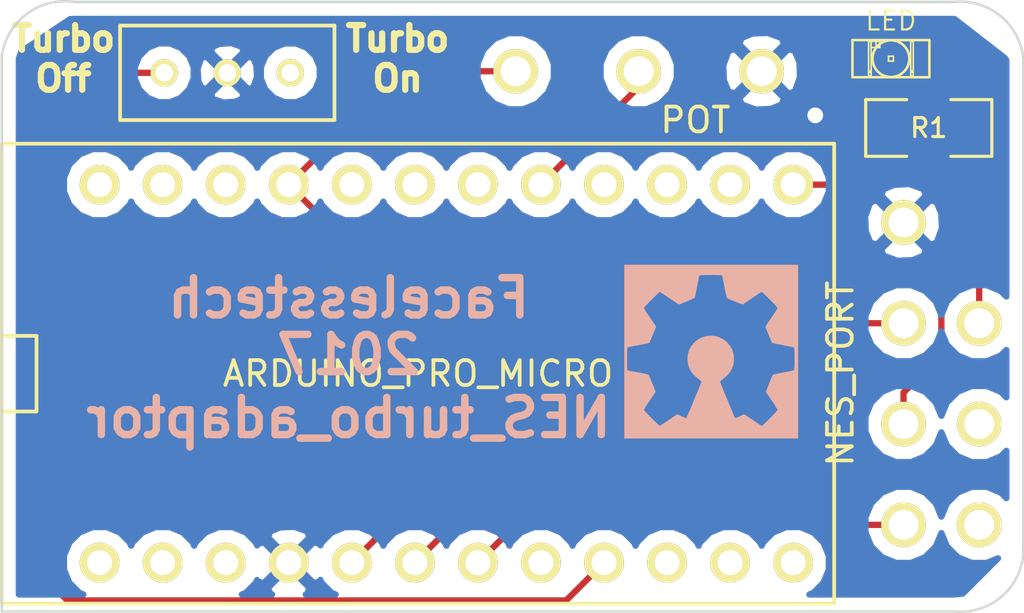
<source format=kicad_pcb>
(kicad_pcb (version 3) (host pcbnew "(22-Jun-2014 BZR 4027)-stable")

  (general
    (links 13)
    (no_connects 0)
    (area 198.044999 133.0925 240.732 159.752501)
    (thickness 1.6)
    (drawings 14)
    (tracks 36)
    (zones 0)
    (modules 7)
    (nets 10)
  )

  (page A3)
  (layers
    (15 F.Cu signal)
    (0 B.Cu signal)
    (16 B.Adhes user)
    (17 F.Adhes user)
    (18 B.Paste user)
    (19 F.Paste user)
    (20 B.SilkS user)
    (21 F.SilkS user)
    (22 B.Mask user)
    (23 F.Mask user)
    (24 Dwgs.User user)
    (25 Cmts.User user)
    (26 Eco1.User user)
    (27 Eco2.User user)
    (28 Edge.Cuts user)
  )

  (setup
    (last_trace_width 0.254)
    (trace_clearance 0.254)
    (zone_clearance 0.508)
    (zone_45_only no)
    (trace_min 0.254)
    (segment_width 0.2)
    (edge_width 0.1)
    (via_size 0.889)
    (via_drill 0.635)
    (via_min_size 0.889)
    (via_min_drill 0.508)
    (uvia_size 0.508)
    (uvia_drill 0.127)
    (uvias_allowed no)
    (uvia_min_size 0.508)
    (uvia_min_drill 0.127)
    (pcb_text_width 0.3)
    (pcb_text_size 1.5 1.5)
    (mod_edge_width 0.15)
    (mod_text_size 1 1)
    (mod_text_width 0.15)
    (pad_size 1.8 1.8)
    (pad_drill 1.2)
    (pad_to_mask_clearance 0)
    (aux_axis_origin 0 0)
    (visible_elements FFFFFFBF)
    (pcbplotparams
      (layerselection 284196865)
      (usegerberextensions true)
      (excludeedgelayer true)
      (linewidth 0.150000)
      (plotframeref false)
      (viasonmask false)
      (mode 1)
      (useauxorigin false)
      (hpglpennumber 1)
      (hpglpenspeed 20)
      (hpglpendiameter 15)
      (hpglpenoverlay 2)
      (psnegative false)
      (psa4output false)
      (plotreference true)
      (plotvalue true)
      (plotothertext true)
      (plotinvisibletext false)
      (padsonsilk false)
      (subtractmaskfromsilk false)
      (outputformat 1)
      (mirror false)
      (drillshape 0)
      (scaleselection 1)
      (outputdirectory gurbers/))
  )

  (net 0 "")
  (net 1 N-000001)
  (net 2 N-0000014)
  (net 3 N-0000019)
  (net 4 N-000002)
  (net 5 N-000003)
  (net 6 N-000005)
  (net 7 N-000006)
  (net 8 N-000007)
  (net 9 N-000008)

  (net_class Default "This is the default net class."
    (clearance 0.254)
    (trace_width 0.254)
    (via_dia 0.889)
    (via_drill 0.635)
    (uvia_dia 0.508)
    (uvia_drill 0.127)
    (add_net "")
    (add_net N-000001)
    (add_net N-0000014)
    (add_net N-0000019)
    (add_net N-000002)
    (add_net N-000003)
    (add_net N-000005)
    (add_net N-000006)
    (add_net N-000007)
    (add_net N-000008)
  )

  (module arduino_leonardo (layer F.Cu) (tedit 58A88073) (tstamp 587B9254)
    (at 215.138 150.114 90)
    (path /58454AE8)
    (fp_text reference U1 (at 3.175 0 180) (layer F.SilkS) hide
      (effects (font (size 1 1) (thickness 0.15)))
    )
    (fp_text value ARDUINO_PRO_MICRO (at 0 0 180) (layer F.SilkS)
      (effects (font (size 1 1) (thickness 0.15)))
    )
    (fp_line (start -1.524 -16.764) (end -1.524 -15.367) (layer F.SilkS) (width 0.15))
    (fp_line (start -1.524 -15.367) (end 1.524 -15.367) (layer F.SilkS) (width 0.15))
    (fp_line (start 1.524 -15.367) (end 1.524 -16.764) (layer F.SilkS) (width 0.15))
    (fp_line (start 9.144 -16.764) (end 9.271 -16.764) (layer F.SilkS) (width 0.15))
    (fp_line (start 9.271 -16.764) (end 9.271 16.764) (layer F.SilkS) (width 0.15))
    (fp_line (start 9.271 16.764) (end -9.271 16.764) (layer F.SilkS) (width 0.15))
    (fp_line (start -9.271 16.764) (end -9.271 -16.764) (layer F.SilkS) (width 0.15))
    (fp_line (start -9.271 -16.764) (end 9.144 -16.764) (layer F.SilkS) (width 0.15))
    (pad 12 thru_hole circle (at -7.62 15.113 90) (size 1.6 1.6) (drill 1)
      (layers *.Cu *.Mask F.SilkS)
    )
    (pad 11 thru_hole circle (at -7.62 12.573 90) (size 1.6 1.6) (drill 1)
      (layers *.Cu *.Mask F.SilkS)
    )
    (pad 13 thru_hole circle (at 7.62 15.113 90) (size 1.6 1.6) (drill 1)
      (layers *.Cu *.Mask F.SilkS)
      (net 9 N-000008)
    )
    (pad 10 thru_hole circle (at -7.62 10.033 90) (size 1.6 1.6) (drill 1)
      (layers *.Cu *.Mask F.SilkS)
    )
    (pad 9 thru_hole circle (at -7.62 7.493 90) (size 1.6 1.6) (drill 1)
      (layers *.Cu *.Mask F.SilkS)
      (net 5 N-000003)
    )
    (pad 8 thru_hole circle (at -7.62 4.953 90) (size 1.6 1.6) (drill 1)
      (layers *.Cu *.Mask F.SilkS)
    )
    (pad 7 thru_hole circle (at -7.62 2.413 90) (size 1.6 1.6) (drill 1)
      (layers *.Cu *.Mask F.SilkS)
      (net 7 N-000006)
    )
    (pad 6 thru_hole circle (at -7.62 -0.127 90) (size 1.6 1.6) (drill 1)
      (layers *.Cu *.Mask F.SilkS)
      (net 1 N-000001)
    )
    (pad 5 thru_hole circle (at -7.62 -2.667 90) (size 1.6 1.6) (drill 1)
      (layers *.Cu *.Mask F.SilkS)
      (net 6 N-000005)
    )
    (pad 4 thru_hole circle (at -7.62 -5.207 90) (size 1.6 1.6) (drill 1)
      (layers *.Cu *.Mask F.SilkS)
      (net 3 N-0000019)
    )
    (pad 3 thru_hole circle (at -7.62 -7.747 90) (size 1.6 1.6) (drill 1)
      (layers *.Cu *.Mask F.SilkS)
    )
    (pad 2 thru_hole circle (at -7.62 -10.287 90) (size 1.6 1.6) (drill 1)
      (layers *.Cu *.Mask F.SilkS)
    )
    (pad 1 thru_hole circle (at -7.62 -12.827 90) (size 1.6 1.6) (drill 1)
      (layers *.Cu *.Mask F.SilkS)
    )
    (pad 14 thru_hole circle (at 7.62 12.573 90) (size 1.6 1.6) (drill 1)
      (layers *.Cu *.Mask F.SilkS)
    )
    (pad 15 thru_hole circle (at 7.62 10.033 90) (size 1.6 1.6) (drill 1)
      (layers *.Cu *.Mask F.SilkS)
    )
    (pad 16 thru_hole circle (at 7.62 7.493 90) (size 1.6 1.6) (drill 1)
      (layers *.Cu *.Mask F.SilkS)
    )
    (pad 17 thru_hole circle (at 7.62 4.953 90) (size 1.6 1.6) (drill 1)
      (layers *.Cu *.Mask F.SilkS)
      (net 4 N-000002)
    )
    (pad 18 thru_hole circle (at 7.62 2.413 90) (size 1.6 1.6) (drill 1)
      (layers *.Cu *.Mask F.SilkS)
    )
    (pad 19 thru_hole circle (at 7.62 -0.127 90) (size 1.6 1.6) (drill 1)
      (layers *.Cu *.Mask F.SilkS)
    )
    (pad 20 thru_hole circle (at 7.62 -2.667 90) (size 1.6 1.6) (drill 1)
      (layers *.Cu *.Mask F.SilkS)
    )
    (pad 21 thru_hole circle (at 7.62 -5.207 90) (size 1.6 1.6) (drill 1)
      (layers *.Cu *.Mask F.SilkS)
      (net 2 N-0000014)
    )
    (pad 22 thru_hole circle (at 7.62 -7.747 90) (size 1.6 1.6) (drill 1)
      (layers *.Cu *.Mask F.SilkS)
    )
    (pad 23 thru_hole circle (at 7.62 -10.287 90) (size 1.6 1.6) (drill 1)
      (layers *.Cu *.Mask F.SilkS)
    )
    (pad 24 thru_hole circle (at 7.62 -12.827 90) (size 1.6 1.6) (drill 1)
      (layers *.Cu *.Mask F.SilkS)
    )
  )

  (module switch_small_custom (layer F.Cu) (tedit 58A8807B) (tstamp 58A36551)
    (at 207.4545 137.9855)
    (path /58A35F71)
    (fp_text reference SW1 (at 0 -4.064) (layer F.SilkS) hide
      (effects (font (size 1 1) (thickness 0.15)))
    )
    (fp_text value SWITCH_INV (at 0 3.937) (layer F.SilkS) hide
      (effects (font (size 1 1) (thickness 0.15)))
    )
    (fp_line (start -4.318 -1.905) (end 4.318 -1.905) (layer F.SilkS) (width 0.15))
    (fp_line (start 4.318 -1.905) (end 4.318 1.905) (layer F.SilkS) (width 0.15))
    (fp_line (start 4.318 1.905) (end -4.318 1.905) (layer F.SilkS) (width 0.15))
    (fp_line (start -4.318 1.905) (end -4.318 -1.905) (layer F.SilkS) (width 0.15))
    (pad 2 thru_hole circle (at 0 0) (size 1.1 1.1) (drill 0.7)
      (layers *.Cu *.Mask F.SilkS)
      (net 3 N-0000019)
    )
    (pad 1 thru_hole circle (at -2.54 0) (size 1.1 1.1) (drill 0.7)
      (layers *.Cu *.Mask F.SilkS)
      (net 5 N-000003)
    )
    (pad 3 thru_hole circle (at 2.54 0) (size 1.1 1.1) (drill 0.7)
      (layers *.Cu *.Mask F.SilkS)
    )
  )

  (module pot_custom (layer F.Cu) (tedit 58A88059) (tstamp 58A85F09)
    (at 224.028 137.922 180)
    (path /58A35F85)
    (fp_text reference RV1 (at 7.366 0 270) (layer F.SilkS) hide
      (effects (font (size 1 1) (thickness 0.15)))
    )
    (fp_text value POT (at -2.286 -1.9685 180) (layer F.SilkS)
      (effects (font (size 1 1) (thickness 0.15)))
    )
    (pad 1 thru_hole circle (at -4.953 0 180) (size 1.8 1.8) (drill 1.2)
      (layers *.Cu *.Mask F.SilkS)
      (net 3 N-0000019)
    )
    (pad 2 thru_hole circle (at 0 0 180) (size 1.8 1.8) (drill 1.2)
      (layers *.Cu *.Mask F.SilkS)
      (net 4 N-000002)
    )
    (pad 3 thru_hole circle (at 4.953 0 180) (size 1.8 1.8) (drill 1.2)
      (layers *.Cu *.Mask F.SilkS)
      (net 2 N-0000014)
    )
  )

  (module SM1206 (layer F.Cu) (tedit 42806E24) (tstamp 58A882E2)
    (at 235.712 140.208 180)
    (path /58A881FE)
    (attr smd)
    (fp_text reference R1 (at 0 0 180) (layer F.SilkS)
      (effects (font (size 0.762 0.762) (thickness 0.127)))
    )
    (fp_text value R (at 0 0 180) (layer F.SilkS) hide
      (effects (font (size 0.762 0.762) (thickness 0.127)))
    )
    (fp_line (start -2.54 -1.143) (end -2.54 1.143) (layer F.SilkS) (width 0.127))
    (fp_line (start -2.54 1.143) (end -0.889 1.143) (layer F.SilkS) (width 0.127))
    (fp_line (start 0.889 -1.143) (end 2.54 -1.143) (layer F.SilkS) (width 0.127))
    (fp_line (start 2.54 -1.143) (end 2.54 1.143) (layer F.SilkS) (width 0.127))
    (fp_line (start 2.54 1.143) (end 0.889 1.143) (layer F.SilkS) (width 0.127))
    (fp_line (start -0.889 -1.143) (end -2.54 -1.143) (layer F.SilkS) (width 0.127))
    (pad 1 smd rect (at -1.651 0 180) (size 1.524 2.032)
      (layers F.Cu F.Paste F.Mask)
      (net 8 N-000007)
    )
    (pad 2 smd rect (at 1.651 0 180) (size 1.524 2.032)
      (layers F.Cu F.Paste F.Mask)
      (net 9 N-000008)
    )
    (model smd/chip_cms.wrl
      (at (xyz 0 0 0))
      (scale (xyz 0.17 0.16 0.16))
      (rotate (xyz 0 0 0))
    )
  )

  (module LED-1206 (layer F.Cu) (tedit 58A88592) (tstamp 58A8830C)
    (at 234.188 137.414 180)
    (descr "LED 1206 smd package")
    (tags "LED1206 SMD")
    (path /58A881D7)
    (attr smd)
    (fp_text reference D1 (at 0.254 -1.524 180) (layer F.SilkS) hide
      (effects (font (size 0.762 0.762) (thickness 0.0889)))
    )
    (fp_text value LED (at 0 1.524 180) (layer F.SilkS)
      (effects (font (size 0.762 0.762) (thickness 0.0889)))
    )
    (fp_line (start -0.09906 0.09906) (end 0.09906 0.09906) (layer F.SilkS) (width 0.06604))
    (fp_line (start 0.09906 0.09906) (end 0.09906 -0.09906) (layer F.SilkS) (width 0.06604))
    (fp_line (start -0.09906 -0.09906) (end 0.09906 -0.09906) (layer F.SilkS) (width 0.06604))
    (fp_line (start -0.09906 0.09906) (end -0.09906 -0.09906) (layer F.SilkS) (width 0.06604))
    (fp_line (start 0.44958 0.6985) (end 0.79756 0.6985) (layer F.SilkS) (width 0.06604))
    (fp_line (start 0.79756 0.6985) (end 0.79756 0.44958) (layer F.SilkS) (width 0.06604))
    (fp_line (start 0.44958 0.44958) (end 0.79756 0.44958) (layer F.SilkS) (width 0.06604))
    (fp_line (start 0.44958 0.6985) (end 0.44958 0.44958) (layer F.SilkS) (width 0.06604))
    (fp_line (start 0.79756 0.6985) (end 0.89916 0.6985) (layer F.SilkS) (width 0.06604))
    (fp_line (start 0.89916 0.6985) (end 0.89916 -0.49784) (layer F.SilkS) (width 0.06604))
    (fp_line (start 0.79756 -0.49784) (end 0.89916 -0.49784) (layer F.SilkS) (width 0.06604))
    (fp_line (start 0.79756 0.6985) (end 0.79756 -0.49784) (layer F.SilkS) (width 0.06604))
    (fp_line (start 0.79756 -0.54864) (end 0.89916 -0.54864) (layer F.SilkS) (width 0.06604))
    (fp_line (start 0.89916 -0.54864) (end 0.89916 -0.6985) (layer F.SilkS) (width 0.06604))
    (fp_line (start 0.79756 -0.6985) (end 0.89916 -0.6985) (layer F.SilkS) (width 0.06604))
    (fp_line (start 0.79756 -0.54864) (end 0.79756 -0.6985) (layer F.SilkS) (width 0.06604))
    (fp_line (start -0.89916 0.6985) (end -0.79756 0.6985) (layer F.SilkS) (width 0.06604))
    (fp_line (start -0.79756 0.6985) (end -0.79756 -0.49784) (layer F.SilkS) (width 0.06604))
    (fp_line (start -0.89916 -0.49784) (end -0.79756 -0.49784) (layer F.SilkS) (width 0.06604))
    (fp_line (start -0.89916 0.6985) (end -0.89916 -0.49784) (layer F.SilkS) (width 0.06604))
    (fp_line (start -0.89916 -0.54864) (end -0.79756 -0.54864) (layer F.SilkS) (width 0.06604))
    (fp_line (start -0.79756 -0.54864) (end -0.79756 -0.6985) (layer F.SilkS) (width 0.06604))
    (fp_line (start -0.89916 -0.6985) (end -0.79756 -0.6985) (layer F.SilkS) (width 0.06604))
    (fp_line (start -0.89916 -0.54864) (end -0.89916 -0.6985) (layer F.SilkS) (width 0.06604))
    (fp_line (start 0.44958 0.6985) (end 0.59944 0.6985) (layer F.SilkS) (width 0.06604))
    (fp_line (start 0.59944 0.6985) (end 0.59944 0.44958) (layer F.SilkS) (width 0.06604))
    (fp_line (start 0.44958 0.44958) (end 0.59944 0.44958) (layer F.SilkS) (width 0.06604))
    (fp_line (start 0.44958 0.6985) (end 0.44958 0.44958) (layer F.SilkS) (width 0.06604))
    (fp_line (start 1.5494 0.7493) (end -1.5494 0.7493) (layer F.SilkS) (width 0.1016))
    (fp_line (start -1.5494 0.7493) (end -1.5494 -0.7493) (layer F.SilkS) (width 0.1016))
    (fp_line (start -1.5494 -0.7493) (end 1.5494 -0.7493) (layer F.SilkS) (width 0.1016))
    (fp_line (start 1.5494 -0.7493) (end 1.5494 0.7493) (layer F.SilkS) (width 0.1016))
    (fp_arc (start 0 0) (end 0.54864 0.49784) (angle 95.4) (layer F.SilkS) (width 0.1016))
    (fp_arc (start 0 0) (end -0.54864 0.49784) (angle 84.5) (layer F.SilkS) (width 0.1016))
    (fp_arc (start 0 0) (end -0.54864 -0.49784) (angle 95.4) (layer F.SilkS) (width 0.1016))
    (fp_arc (start 0 0) (end 0.54864 -0.49784) (angle 84.5) (layer F.SilkS) (width 0.1016))
    (pad 1 smd rect (at -1.41986 0 180) (size 1.59766 1.80086)
      (layers F.Cu F.Paste F.Mask)
      (net 8 N-000007)
    )
    (pad 2 smd rect (at 1.41986 0 180) (size 1.59766 1.80086)
      (layers F.Cu F.Paste F.Mask)
      (net 3 N-0000019)
    )
  )

  (module nes_adaptor_custom (layer F.Cu) (tedit 58A885A2) (tstamp 58A884EC)
    (at 236.22 150.114 90)
    (path /587A66BE)
    (fp_text reference U2 (at 0 3.683 90) (layer F.SilkS) hide
      (effects (font (size 1 1) (thickness 0.15)))
    )
    (fp_text value NES_PORT (at 0 -4.064 90) (layer F.SilkS)
      (effects (font (size 1 1) (thickness 0.15)))
    )
    (pad 1 thru_hole circle (at -6.096 -1.524 90) (size 1.8 1.8) (drill 1.2)
      (layers *.Cu *.Mask F.SilkS)
      (net 7 N-000006)
    )
    (pad 2 thru_hole circle (at -2.032 -1.524 90) (size 1.8 1.8) (drill 1.2)
      (layers *.Cu *.Mask F.SilkS)
      (net 6 N-000005)
    )
    (pad 3 thru_hole circle (at 2.032 -1.524 90) (size 1.8 1.8) (drill 1.2)
      (layers *.Cu *.Mask F.SilkS)
      (net 1 N-000001)
    )
    (pad 4 thru_hole circle (at 6.096 -1.524 90) (size 1.8 1.8) (drill 1.2)
      (layers *.Cu *.Mask F.SilkS)
      (net 3 N-0000019)
    )
    (pad 6 thru_hole circle (at -2.032 1.524 90) (size 1.8 1.8) (drill 1.2)
      (layers *.Cu *.Mask F.SilkS)
    )
    (pad 5 thru_hole circle (at 2.032 1.524 90) (size 1.8 1.8) (drill 1.2)
      (layers *.Cu *.Mask F.SilkS)
      (net 2 N-0000014)
    )
    (pad 7 thru_hole circle (at -6.096 1.524 90) (size 1.8 1.8) (drill 1.2)
      (layers *.Cu *.Mask F.SilkS)
    )
  )

  (module OSH_final_silks_back (layer F.Cu) (tedit 0) (tstamp 58A8E335)
    (at 226.949 149.225)
    (fp_text reference VAL (at 0 0) (layer F.SilkS) hide
      (effects (font (size 1.143 1.143) (thickness 0.1778)))
    )
    (fp_text value OSH_final_silks_back (at 0 0) (layer F.SilkS) hide
      (effects (font (size 1.143 1.143) (thickness 0.1778)))
    )
    (fp_poly (pts (xy -3.50012 3.50012) (xy -3.3909 3.50012) (xy -3.3909 0.4318) (xy -3.3909 0.29464)
      (xy -3.3909 0.14986) (xy -3.3909 0.0381) (xy -3.38836 -0.04572) (xy -3.38582 -0.10414)
      (xy -3.38074 -0.14224) (xy -3.37566 -0.1651) (xy -3.36804 -0.17272) (xy -3.34264 -0.1778)
      (xy -3.2893 -0.1905) (xy -3.21056 -0.20574) (xy -3.1115 -0.22606) (xy -2.99974 -0.24638)
      (xy -2.92608 -0.25908) (xy -2.80924 -0.28194) (xy -2.70256 -0.30226) (xy -2.61366 -0.32004)
      (xy -2.54762 -0.33528) (xy -2.50952 -0.3429) (xy -2.49936 -0.34798) (xy -2.4892 -0.3683)
      (xy -2.46634 -0.41656) (xy -2.43586 -0.48514) (xy -2.4003 -0.56642) (xy -2.3622 -0.65532)
      (xy -2.3241 -0.74676) (xy -2.28854 -0.83312) (xy -2.25806 -0.90678) (xy -2.23774 -0.96266)
      (xy -2.22504 -0.99568) (xy -2.22504 -0.99822) (xy -2.2352 -1.02362) (xy -2.2606 -1.07188)
      (xy -2.30124 -1.13284) (xy -2.33934 -1.19126) (xy -2.4511 -1.34874) (xy -2.54 -1.48082)
      (xy -2.60858 -1.58496) (xy -2.65938 -1.6637) (xy -2.6924 -1.71958) (xy -2.70764 -1.7526)
      (xy -2.71018 -1.75768) (xy -2.69748 -1.778) (xy -2.66446 -1.81864) (xy -2.61366 -1.87452)
      (xy -2.54762 -1.9431) (xy -2.4765 -2.0193) (xy -2.39776 -2.09804) (xy -2.31902 -2.17678)
      (xy -2.24536 -2.25044) (xy -2.17932 -2.31394) (xy -2.12598 -2.36474) (xy -2.08788 -2.39522)
      (xy -2.07264 -2.40538) (xy -2.05232 -2.39522) (xy -2.0066 -2.36728) (xy -1.94056 -2.32664)
      (xy -1.85928 -2.27076) (xy -1.76276 -2.20726) (xy -1.68656 -2.15392) (xy -1.58242 -2.08534)
      (xy -1.49098 -2.02184) (xy -1.41224 -1.97104) (xy -1.35128 -1.93294) (xy -1.31064 -1.91008)
      (xy -1.29794 -1.90246) (xy -1.27254 -1.91008) (xy -1.2192 -1.92786) (xy -1.14808 -1.9558)
      (xy -1.06426 -1.99136) (xy -0.97282 -2.02692) (xy -0.88392 -2.06756) (xy -0.80264 -2.10312)
      (xy -0.73406 -2.13614) (xy -0.6858 -2.159) (xy -0.66294 -2.17424) (xy -0.66294 -2.17424)
      (xy -0.65532 -2.19964) (xy -0.64262 -2.25298) (xy -0.62738 -2.33172) (xy -0.60706 -2.43078)
      (xy -0.58674 -2.54254) (xy -0.57404 -2.6035) (xy -0.55372 -2.72034) (xy -0.53086 -2.82956)
      (xy -0.51308 -2.921) (xy -0.49784 -2.99212) (xy -0.48768 -3.03784) (xy -0.48514 -3.048)
      (xy -0.47752 -3.0607) (xy -0.4699 -3.06832) (xy -0.45212 -3.07594) (xy -0.42418 -3.08102)
      (xy -0.381 -3.08356) (xy -0.3175 -3.0861) (xy -0.2286 -3.0861) (xy -0.11176 -3.08864)
      (xy -0.02032 -3.08864) (xy 0.10922 -3.0861) (xy 0.22352 -3.0861) (xy 0.3175 -3.08102)
      (xy 0.38862 -3.07848) (xy 0.42926 -3.0734) (xy 0.43942 -3.07086) (xy 0.4445 -3.05054)
      (xy 0.4572 -2.9972) (xy 0.47244 -2.921) (xy 0.49276 -2.82194) (xy 0.51308 -2.71018)
      (xy 0.53086 -2.6162) (xy 0.55372 -2.49682) (xy 0.57658 -2.38506) (xy 0.5969 -2.29108)
      (xy 0.61468 -2.21996) (xy 0.62738 -2.17424) (xy 0.635 -2.16154) (xy 0.6604 -2.14376)
      (xy 0.7112 -2.1209) (xy 0.78232 -2.09042) (xy 0.86614 -2.05486) (xy 0.95758 -2.0193)
      (xy 1.04648 -1.98374) (xy 1.1303 -1.95072) (xy 1.20142 -1.92786) (xy 1.25222 -1.91262)
      (xy 1.27508 -1.90754) (xy 1.2954 -1.92024) (xy 1.34366 -1.95072) (xy 1.4097 -1.9939)
      (xy 1.49352 -2.04978) (xy 1.59004 -2.11328) (xy 1.65608 -2.16154) (xy 1.75768 -2.23012)
      (xy 1.84658 -2.29108) (xy 1.92532 -2.34188) (xy 1.98628 -2.37998) (xy 2.02184 -2.4003)
      (xy 2.032 -2.40538) (xy 2.05232 -2.39268) (xy 2.09296 -2.35966) (xy 2.14884 -2.30632)
      (xy 2.21996 -2.23774) (xy 2.30378 -2.15646) (xy 2.36728 -2.09296) (xy 2.47142 -1.98882)
      (xy 2.5527 -1.905) (xy 2.61112 -1.8415) (xy 2.64668 -1.79578) (xy 2.667 -1.7653)
      (xy 2.66954 -1.74752) (xy 2.65684 -1.72466) (xy 2.6289 -1.6764) (xy 2.58318 -1.60528)
      (xy 2.5273 -1.52146) (xy 2.4638 -1.42748) (xy 2.4257 -1.3716) (xy 2.35966 -1.27254)
      (xy 2.2987 -1.1811) (xy 2.2479 -1.10236) (xy 2.21234 -1.04394) (xy 2.19202 -1.00584)
      (xy 2.18948 -0.99568) (xy 2.1971 -0.97028) (xy 2.21488 -0.91948) (xy 2.24282 -0.84836)
      (xy 2.27838 -0.76454) (xy 2.31394 -0.6731) (xy 2.35204 -0.58166) (xy 2.39014 -0.50038)
      (xy 2.42062 -0.42926) (xy 2.44602 -0.37846) (xy 2.45872 -0.35306) (xy 2.45872 -0.35306)
      (xy 2.48158 -0.34544) (xy 2.53238 -0.33274) (xy 2.60858 -0.31496) (xy 2.7051 -0.29464)
      (xy 2.81686 -0.27432) (xy 2.89052 -0.25908) (xy 3.0099 -0.23622) (xy 3.11658 -0.2159)
      (xy 3.20802 -0.19812) (xy 3.27914 -0.18542) (xy 3.32232 -0.17526) (xy 3.33248 -0.17272)
      (xy 3.3401 -0.1524) (xy 3.34772 -0.1016) (xy 3.35026 -0.02794) (xy 3.35534 0.0635)
      (xy 3.35788 0.17018) (xy 3.35788 0.2794) (xy 3.35788 0.39116) (xy 3.35788 0.49784)
      (xy 3.3528 0.59182) (xy 3.34772 0.67056) (xy 3.34264 0.7239) (xy 3.33502 0.7493)
      (xy 3.33502 0.7493) (xy 3.30962 0.75692) (xy 3.25628 0.76962) (xy 3.18008 0.7874)
      (xy 3.08102 0.80772) (xy 2.96926 0.82804) (xy 2.9083 0.84074) (xy 2.794 0.86106)
      (xy 2.68732 0.88392) (xy 2.59842 0.90424) (xy 2.53238 0.91948) (xy 2.49174 0.93218)
      (xy 2.48412 0.93726) (xy 2.47142 0.96012) (xy 2.44856 1.01092) (xy 2.41808 1.08204)
      (xy 2.37998 1.16586) (xy 2.34442 1.25984) (xy 2.30632 1.35382) (xy 2.27076 1.44272)
      (xy 2.24028 1.51892) (xy 2.21996 1.57988) (xy 2.2098 1.61544) (xy 2.20726 1.62052)
      (xy 2.21742 1.64084) (xy 2.24536 1.68656) (xy 2.28854 1.7526) (xy 2.34188 1.83388)
      (xy 2.40538 1.92786) (xy 2.44094 1.97866) (xy 2.50952 2.07772) (xy 2.56794 2.16662)
      (xy 2.6162 2.24536) (xy 2.65176 2.30378) (xy 2.67208 2.33934) (xy 2.67462 2.3495)
      (xy 2.66192 2.36728) (xy 2.6289 2.40792) (xy 2.5781 2.4638) (xy 2.5146 2.53238)
      (xy 2.44094 2.60858) (xy 2.36474 2.68732) (xy 2.286 2.76606) (xy 2.21234 2.83972)
      (xy 2.1463 2.90322) (xy 2.09296 2.95402) (xy 2.0574 2.98704) (xy 2.03962 2.9972)
      (xy 2.02184 2.98704) (xy 1.97866 2.96164) (xy 1.91516 2.91846) (xy 1.83388 2.86512)
      (xy 1.74244 2.80162) (xy 1.68656 2.76352) (xy 1.5875 2.69748) (xy 1.4986 2.63906)
      (xy 1.4224 2.58826) (xy 1.36398 2.5527) (xy 1.32842 2.53238) (xy 1.3208 2.52984)
      (xy 1.2954 2.53746) (xy 1.24714 2.56032) (xy 1.18364 2.5908) (xy 1.14046 2.61366)
      (xy 1.06426 2.65176) (xy 1.01346 2.67462) (xy 0.97536 2.67462) (xy 0.94742 2.65176)
      (xy 0.92202 2.6035) (xy 0.889 2.52222) (xy 0.88392 2.51206) (xy 0.8636 2.4638)
      (xy 0.83312 2.38506) (xy 0.79248 2.286) (xy 0.74422 2.16662) (xy 0.68834 2.03708)
      (xy 0.63246 1.89738) (xy 0.59436 1.80848) (xy 0.53848 1.67386) (xy 0.48768 1.54686)
      (xy 0.4445 1.43764) (xy 0.4064 1.34366) (xy 0.37846 1.27254) (xy 0.36322 1.22682)
      (xy 0.35814 1.21412) (xy 0.37338 1.19126) (xy 0.40894 1.1557) (xy 0.46228 1.11252)
      (xy 0.48514 1.09474) (xy 0.635 0.97028) (xy 0.7493 0.8382) (xy 0.83312 0.6985)
      (xy 0.88646 0.5461) (xy 0.91186 0.37592) (xy 0.9144 0.28448) (xy 0.89916 0.1016)
      (xy 0.8509 -0.06604) (xy 0.76708 -0.22098) (xy 0.65278 -0.36068) (xy 0.6096 -0.40132)
      (xy 0.46482 -0.508) (xy 0.30734 -0.5842) (xy 0.14224 -0.62992) (xy -0.0254 -0.64262)
      (xy -0.19558 -0.62738) (xy -0.35814 -0.57912) (xy -0.51308 -0.50292) (xy -0.65278 -0.3937)
      (xy -0.70104 -0.34798) (xy -0.81534 -0.2032) (xy -0.89408 -0.0508) (xy -0.94234 0.1143)
      (xy -0.95758 0.29464) (xy -0.95758 0.29718) (xy -0.9398 0.47752) (xy -0.89154 0.6477)
      (xy -0.81026 0.80264) (xy -0.69342 0.94488) (xy -0.5461 1.07696) (xy -0.50546 1.10744)
      (xy -0.45212 1.14808) (xy -0.41402 1.18364) (xy -0.39624 1.20904) (xy -0.3937 1.21158)
      (xy -0.40132 1.23698) (xy -0.4191 1.28778) (xy -0.44704 1.35636) (xy -0.48006 1.43764)
      (xy -0.4826 1.4478) (xy -0.51308 1.52146) (xy -0.55626 1.62052) (xy -0.60452 1.7399)
      (xy -0.6604 1.87198) (xy -0.71882 2.01168) (xy -0.7747 2.15138) (xy -0.77978 2.16154)
      (xy -0.83312 2.28854) (xy -0.88138 2.40284) (xy -0.92456 2.50444) (xy -0.96012 2.58572)
      (xy -0.98552 2.64414) (xy -1.00076 2.67716) (xy -1.0033 2.6797) (xy -1.02616 2.6797)
      (xy -1.07188 2.66192) (xy -1.13792 2.63398) (xy -1.17856 2.61366) (xy -1.24968 2.5781)
      (xy -1.3081 2.55016) (xy -1.34874 2.53238) (xy -1.36144 2.52984) (xy -1.38176 2.54)
      (xy -1.42748 2.56794) (xy -1.49352 2.60858) (xy -1.5748 2.66192) (xy -1.66624 2.72542)
      (xy -1.69418 2.7432) (xy -1.78816 2.80924) (xy -1.87706 2.86766) (xy -1.95072 2.91846)
      (xy -2.0066 2.95402) (xy -2.03962 2.97688) (xy -2.0447 2.97942) (xy -2.05994 2.9845)
      (xy -2.07518 2.98196) (xy -2.0955 2.9718) (xy -2.12598 2.95148) (xy -2.16662 2.91338)
      (xy -2.22504 2.86004) (xy -2.2987 2.78638) (xy -2.39776 2.68986) (xy -2.39776 2.68986)
      (xy -2.4892 2.59588) (xy -2.57048 2.51206) (xy -2.63398 2.44348) (xy -2.68224 2.3876)
      (xy -2.7051 2.35458) (xy -2.71018 2.34696) (xy -2.70002 2.32156) (xy -2.67208 2.2733)
      (xy -2.63144 2.20472) (xy -2.57556 2.1209) (xy -2.51206 2.02692) (xy -2.4765 1.97358)
      (xy -2.41046 1.87706) (xy -2.35204 1.78816) (xy -2.30124 1.7145) (xy -2.26568 1.65862)
      (xy -2.24536 1.6256) (xy -2.24282 1.62052) (xy -2.25044 1.59766) (xy -2.26822 1.54686)
      (xy -2.29616 1.47828) (xy -2.32664 1.39446) (xy -2.36474 1.30302) (xy -2.40284 1.21158)
      (xy -2.4384 1.12268) (xy -2.47142 1.04394) (xy -2.49682 0.98552) (xy -2.5146 0.94996)
      (xy -2.51714 0.94488) (xy -2.53238 0.93218) (xy -2.5654 0.92202) (xy -2.6162 0.90678)
      (xy -2.68986 0.889) (xy -2.78638 0.86868) (xy -2.91338 0.84582) (xy -3.07086 0.81534)
      (xy -3.16738 0.79756) (xy -3.24358 0.78486) (xy -3.30708 0.77216) (xy -3.35026 0.762)
      (xy -3.36042 0.75946) (xy -3.37058 0.75438) (xy -3.3782 0.74422) (xy -3.38328 0.71882)
      (xy -3.38582 0.68072) (xy -3.38836 0.6223) (xy -3.3909 0.54102) (xy -3.3909 0.4318)
      (xy -3.3909 3.50012) (xy 0 3.50012) (xy 3.50012 3.50012) (xy 3.50012 0)
      (xy 3.50012 -3.50012) (xy 0 -3.50012) (xy -3.50012 -3.50012) (xy -3.50012 0)
      (xy -3.50012 3.50012) (xy -3.50012 3.50012)) (layer B.SilkS) (width 0.00254))
  )

  (gr_text NES_turbo_adaptor (at 212.344 151.892) (layer B.SilkS)
    (effects (font (size 1.5 1.5) (thickness 0.3)) (justify mirror))
  )
  (gr_text 2017 (at 212.344 149.352) (layer B.SilkS)
    (effects (font (size 1.5 1.5) (thickness 0.3)) (justify mirror))
  )
  (gr_text Facelesstech (at 212.344 147.066) (layer B.SilkS)
    (effects (font (size 1.5 1.5) (thickness 0.3)) (justify mirror))
  )
  (gr_line (start 201.295 135.128) (end 236.728 135.128) (angle 90) (layer Edge.Cuts) (width 0.1))
  (gr_line (start 239.522 142.113) (end 239.522 137.414) (angle 90) (layer Edge.Cuts) (width 0.1))
  (gr_line (start 198.374 159.7025) (end 198.374 140.208) (angle 90) (layer Edge.Cuts) (width 0.1))
  (gr_line (start 198.374 140.208) (end 198.374 137.287) (angle 90) (layer Edge.Cuts) (width 0.1))
  (gr_arc (start 200.914 137.668) (end 198.374 137.287) (angle 90) (layer Edge.Cuts) (width 0.1))
  (gr_text "Turbo\nOff" (at 200.8505 137.414) (layer F.SilkS)
    (effects (font (size 1 1) (thickness 0.25)))
  )
  (gr_text "Turbo\nOn\n" (at 214.3125 137.414) (layer F.SilkS)
    (effects (font (size 1 1) (thickness 0.25)))
  )
  (gr_line (start 239.522 157.353) (end 239.522 142.113) (angle 90) (layer Edge.Cuts) (width 0.1))
  (gr_line (start 236.728 159.7025) (end 198.374 159.7025) (angle 90) (layer Edge.Cuts) (width 0.1))
  (gr_arc (start 236.982 157.1625) (end 239.522 157.4165) (angle 90) (layer Edge.Cuts) (width 0.1))
  (gr_arc (start 236.982 137.668) (end 236.728 135.128) (angle 90) (layer Edge.Cuts) (width 0.1))

  (segment (start 234.696 148.082) (end 224.663 148.082) (width 0.254) (layer F.Cu) (net 1))
  (segment (start 224.663 148.082) (end 215.011 157.734) (width 0.254) (layer F.Cu) (net 1) (tstamp 587D1F29))
  (segment (start 237.744 148.082) (end 237.744 144.018) (width 0.254) (layer F.Cu) (net 2))
  (segment (start 237.744 143.9164) (end 236.0168 142.1892) (width 0.254) (layer F.Cu) (net 2) (tstamp 58A87C27))
  (segment (start 236.0168 142.1892) (end 233.6292 142.1892) (width 0.254) (layer F.Cu) (net 2) (tstamp 58A87C2D))
  (segment (start 233.6292 142.1892) (end 230.9876 144.8308) (width 0.254) (layer F.Cu) (net 2) (tstamp 58A87C2F))
  (segment (start 230.9876 144.8308) (end 212.2678 144.8308) (width 0.254) (layer F.Cu) (net 2) (tstamp 58A87C31))
  (segment (start 212.2678 144.8308) (end 209.931 142.494) (width 0.254) (layer F.Cu) (net 2) (tstamp 58A87C36))
  (segment (start 237.744 144.018) (end 237.744 143.9164) (width 0.254) (layer F.Cu) (net 2))
  (segment (start 219.075 137.922) (end 214.503 137.922) (width 0.254) (layer F.Cu) (net 2))
  (segment (start 214.503 137.922) (end 209.931 142.494) (width 0.254) (layer F.Cu) (net 2) (tstamp 58A88419))
  (segment (start 232.76814 137.414) (end 232.76814 138.07186) (width 0.254) (layer F.Cu) (net 3))
  (via (at 231.14 139.7) (size 0.889) (layers F.Cu B.Cu) (net 3))
  (segment (start 232.76814 138.07186) (end 231.14 139.7) (width 0.254) (layer F.Cu) (net 3) (tstamp 58A88410))
  (segment (start 224.028 137.922) (end 224.028 138.557) (width 0.254) (layer F.Cu) (net 4))
  (segment (start 224.028 138.557) (end 220.091 142.494) (width 0.254) (layer F.Cu) (net 4) (tstamp 58A88416))
  (segment (start 204.9145 137.9855) (end 202.0189 137.9855) (width 0.254) (layer F.Cu) (net 5))
  (segment (start 221.107 159.258) (end 222.631 157.734) (width 0.254) (layer F.Cu) (net 5) (tstamp 58A87B67))
  (segment (start 201.0156 159.258) (end 221.107 159.258) (width 0.254) (layer F.Cu) (net 5) (tstamp 58A87B5F))
  (segment (start 199.7964 158.0388) (end 201.0156 159.258) (width 0.254) (layer F.Cu) (net 5) (tstamp 58A87B59))
  (segment (start 199.7964 140.208) (end 199.7964 158.0388) (width 0.254) (layer F.Cu) (net 5) (tstamp 58A87B57))
  (segment (start 202.0189 137.9855) (end 199.7964 140.208) (width 0.254) (layer F.Cu) (net 5) (tstamp 58A87B4E))
  (segment (start 234.696 152.146) (end 234.696 150.876) (width 0.254) (layer F.Cu) (net 6))
  (segment (start 224.155 146.05) (end 212.471 157.734) (width 0.254) (layer F.Cu) (net 6) (tstamp 587D1F5E))
  (segment (start 235.966 146.05) (end 224.155 146.05) (width 0.254) (layer F.Cu) (net 6) (tstamp 587D1F5C))
  (segment (start 236.22 146.304) (end 235.966 146.05) (width 0.254) (layer F.Cu) (net 6) (tstamp 587D1F5B))
  (segment (start 236.22 149.352) (end 236.22 146.304) (width 0.254) (layer F.Cu) (net 6) (tstamp 587D1F59))
  (segment (start 234.696 150.876) (end 236.22 149.352) (width 0.254) (layer F.Cu) (net 6) (tstamp 587D1F4A))
  (segment (start 234.696 156.21) (end 231.902 156.21) (width 0.254) (layer F.Cu) (net 7))
  (segment (start 219.837 155.448) (end 217.551 157.734) (width 0.254) (layer F.Cu) (net 7) (tstamp 587D1F73))
  (segment (start 231.14 155.448) (end 219.837 155.448) (width 0.254) (layer F.Cu) (net 7) (tstamp 587D1F71))
  (segment (start 231.902 156.21) (end 231.14 155.448) (width 0.254) (layer F.Cu) (net 7) (tstamp 587D1F6A))
  (segment (start 237.363 140.208) (end 237.363 139.16914) (width 0.254) (layer F.Cu) (net 8))
  (segment (start 237.363 139.16914) (end 235.60786 137.414) (width 0.254) (layer F.Cu) (net 8) (tstamp 58A8840C))
  (segment (start 230.251 142.494) (end 231.775 142.494) (width 0.254) (layer F.Cu) (net 9))
  (segment (start 231.775 142.494) (end 234.061 140.208) (width 0.254) (layer F.Cu) (net 9) (tstamp 58A883AE))

  (zone (net 3) (net_name N-0000019) (layer B.Cu) (tstamp 58A87C71) (hatch edge 0.508)
    (connect_pads (clearance 0.508))
    (min_thickness 0.254)
    (fill (arc_segments 16) (thermal_gap 0.508) (thermal_bridge_width 0.508))
    (polygon
      (pts
        (xy 239.014 157.226) (xy 236.982 159.258) (xy 198.882 159.258) (xy 198.882 137.16) (xy 201.168 135.636)
        (xy 236.728 135.636) (xy 239.014 137.414)
      )
    )
    (filled_polygon
      (pts
        (xy 238.837 155.132195) (xy 238.614643 154.909449) (xy 238.05067 154.675267) (xy 237.440009 154.674735) (xy 236.875629 154.907932)
        (xy 236.443449 155.339357) (xy 236.219738 155.878112) (xy 235.998068 155.341629) (xy 235.566643 154.909449) (xy 235.00267 154.675267)
        (xy 234.392009 154.674735) (xy 233.827629 154.907932) (xy 233.395449 155.339357) (xy 233.161267 155.90333) (xy 233.160735 156.513991)
        (xy 233.393932 157.078371) (xy 233.825357 157.510551) (xy 234.38933 157.744733) (xy 234.999991 157.745265) (xy 235.564371 157.512068)
        (xy 235.996551 157.080643) (xy 236.220261 156.541887) (xy 236.441932 157.078371) (xy 236.873357 157.510551) (xy 237.43733 157.744733)
        (xy 238.047991 157.745265) (xy 238.503231 157.557163) (xy 237.079952 158.980442) (xy 236.695101 159.0175) (xy 230.902445 159.0175)
        (xy 231.0628 158.951243) (xy 231.466824 158.547923) (xy 231.68575 158.020691) (xy 231.686248 157.449813) (xy 231.686248 142.209813)
        (xy 231.468243 141.6822) (xy 231.064923 141.278176) (xy 230.537691 141.05925) (xy 230.527457 141.059241) (xy 230.527457 138.162663)
        (xy 230.501838 137.55254) (xy 230.317643 137.107853) (xy 230.061159 137.021446) (xy 229.881554 137.201051) (xy 229.881554 136.841841)
        (xy 229.795147 136.585357) (xy 229.221663 136.375543) (xy 228.61154 136.401162) (xy 228.166853 136.585357) (xy 228.080446 136.841841)
        (xy 228.981 137.742395) (xy 229.881554 136.841841) (xy 229.881554 137.201051) (xy 229.160605 137.922) (xy 230.061159 138.822554)
        (xy 230.317643 138.736147) (xy 230.527457 138.162663) (xy 230.527457 141.059241) (xy 229.966813 141.058752) (xy 229.881554 141.09398)
        (xy 229.881554 139.002159) (xy 228.981 138.101605) (xy 228.801395 138.28121) (xy 228.801395 137.922) (xy 227.900841 137.021446)
        (xy 227.644357 137.107853) (xy 227.434543 137.681337) (xy 227.460162 138.29146) (xy 227.644357 138.736147) (xy 227.900841 138.822554)
        (xy 228.801395 137.922) (xy 228.801395 138.28121) (xy 228.080446 139.002159) (xy 228.166853 139.258643) (xy 228.740337 139.468457)
        (xy 229.35046 139.442838) (xy 229.795147 139.258643) (xy 229.881554 139.002159) (xy 229.881554 141.09398) (xy 229.4392 141.276757)
        (xy 229.035176 141.680077) (xy 228.981137 141.810215) (xy 228.928243 141.6822) (xy 228.524923 141.278176) (xy 227.997691 141.05925)
        (xy 227.426813 141.058752) (xy 226.8992 141.276757) (xy 226.495176 141.680077) (xy 226.441137 141.810215) (xy 226.388243 141.6822)
        (xy 225.984923 141.278176) (xy 225.563265 141.103088) (xy 225.563265 137.618009) (xy 225.330068 137.053629) (xy 224.898643 136.621449)
        (xy 224.33467 136.387267) (xy 223.724009 136.386735) (xy 223.159629 136.619932) (xy 222.727449 137.051357) (xy 222.493267 137.61533)
        (xy 222.492735 138.225991) (xy 222.725932 138.790371) (xy 223.157357 139.222551) (xy 223.72133 139.456733) (xy 224.331991 139.457265)
        (xy 224.896371 139.224068) (xy 225.328551 138.792643) (xy 225.562733 138.22867) (xy 225.563265 137.618009) (xy 225.563265 141.103088)
        (xy 225.457691 141.05925) (xy 224.886813 141.058752) (xy 224.3592 141.276757) (xy 223.955176 141.680077) (xy 223.901137 141.810215)
        (xy 223.848243 141.6822) (xy 223.444923 141.278176) (xy 222.917691 141.05925) (xy 222.346813 141.058752) (xy 221.8192 141.276757)
        (xy 221.415176 141.680077) (xy 221.361137 141.810215) (xy 221.308243 141.6822) (xy 220.904923 141.278176) (xy 220.610265 141.155823)
        (xy 220.610265 137.618009) (xy 220.377068 137.053629) (xy 219.945643 136.621449) (xy 219.38167 136.387267) (xy 218.771009 136.386735)
        (xy 218.206629 136.619932) (xy 217.774449 137.051357) (xy 217.540267 137.61533) (xy 217.539735 138.225991) (xy 217.772932 138.790371)
        (xy 218.204357 139.222551) (xy 218.76833 139.456733) (xy 219.378991 139.457265) (xy 219.943371 139.224068) (xy 220.375551 138.792643)
        (xy 220.609733 138.22867) (xy 220.610265 137.618009) (xy 220.610265 141.155823) (xy 220.377691 141.05925) (xy 219.806813 141.058752)
        (xy 219.2792 141.276757) (xy 218.875176 141.680077) (xy 218.821137 141.810215) (xy 218.768243 141.6822) (xy 218.364923 141.278176)
        (xy 217.837691 141.05925) (xy 217.266813 141.058752) (xy 216.7392 141.276757) (xy 216.335176 141.680077) (xy 216.281137 141.810215)
        (xy 216.228243 141.6822) (xy 215.824923 141.278176) (xy 215.297691 141.05925) (xy 214.726813 141.058752) (xy 214.1992 141.276757)
        (xy 213.795176 141.680077) (xy 213.741137 141.810215) (xy 213.688243 141.6822) (xy 213.284923 141.278176) (xy 212.757691 141.05925)
        (xy 212.186813 141.058752) (xy 211.6592 141.276757) (xy 211.255176 141.680077) (xy 211.201137 141.810215) (xy 211.179705 141.758344)
        (xy 211.179705 137.750823) (xy 210.999679 137.315129) (xy 210.666625 136.981492) (xy 210.231245 136.800707) (xy 209.759823 136.800295)
        (xy 209.324129 136.980321) (xy 208.990492 137.313375) (xy 208.809707 137.748755) (xy 208.809295 138.220177) (xy 208.989321 138.655871)
        (xy 209.322375 138.989508) (xy 209.757755 139.170293) (xy 210.229177 139.170705) (xy 210.664871 138.990679) (xy 210.998508 138.657625)
        (xy 211.179293 138.222245) (xy 211.179705 137.750823) (xy 211.179705 141.758344) (xy 211.148243 141.6822) (xy 210.744923 141.278176)
        (xy 210.217691 141.05925) (xy 209.646813 141.058752) (xy 209.1192 141.276757) (xy 208.715176 141.680077) (xy 208.661137 141.810215)
        (xy 208.652471 141.789241) (xy 208.652471 138.142498) (xy 208.621361 137.672104) (xy 208.5012 137.382009) (xy 208.280932 137.338673)
        (xy 208.101327 137.518278) (xy 208.101327 137.159068) (xy 208.057991 136.9388) (xy 207.611498 136.787529) (xy 207.141104 136.818639)
        (xy 206.851009 136.9388) (xy 206.807673 137.159068) (xy 207.4545 137.805895) (xy 208.101327 137.159068) (xy 208.101327 137.518278)
        (xy 207.634105 137.9855) (xy 208.280932 138.632327) (xy 208.5012 138.588991) (xy 208.652471 138.142498) (xy 208.652471 141.789241)
        (xy 208.608243 141.6822) (xy 208.204923 141.278176) (xy 208.101327 141.235159) (xy 208.101327 138.811932) (xy 207.4545 138.165105)
        (xy 207.274895 138.34471) (xy 207.274895 137.9855) (xy 206.628068 137.338673) (xy 206.4078 137.382009) (xy 206.256529 137.828502)
        (xy 206.287639 138.298896) (xy 206.4078 138.588991) (xy 206.628068 138.632327) (xy 207.274895 137.9855) (xy 207.274895 138.34471)
        (xy 206.807673 138.811932) (xy 206.851009 139.0322) (xy 207.297502 139.183471) (xy 207.767896 139.152361) (xy 208.057991 139.0322)
        (xy 208.101327 138.811932) (xy 208.101327 141.235159) (xy 207.677691 141.05925) (xy 207.106813 141.058752) (xy 206.5792 141.276757)
        (xy 206.175176 141.680077) (xy 206.121137 141.810215) (xy 206.099705 141.758344) (xy 206.099705 137.750823) (xy 205.919679 137.315129)
        (xy 205.586625 136.981492) (xy 205.151245 136.800707) (xy 204.679823 136.800295) (xy 204.244129 136.980321) (xy 203.910492 137.313375)
        (xy 203.729707 137.748755) (xy 203.729295 138.220177) (xy 203.909321 138.655871) (xy 204.242375 138.989508) (xy 204.677755 139.170293)
        (xy 205.149177 139.170705) (xy 205.584871 138.990679) (xy 205.918508 138.657625) (xy 206.099293 138.222245) (xy 206.099705 137.750823)
        (xy 206.099705 141.758344) (xy 206.068243 141.6822) (xy 205.664923 141.278176) (xy 205.137691 141.05925) (xy 204.566813 141.058752)
        (xy 204.0392 141.276757) (xy 203.635176 141.680077) (xy 203.581137 141.810215) (xy 203.528243 141.6822) (xy 203.124923 141.278176)
        (xy 202.597691 141.05925) (xy 202.026813 141.058752) (xy 201.4992 141.276757) (xy 201.095176 141.680077) (xy 200.87625 142.207309)
        (xy 200.875752 142.778187) (xy 201.093757 143.3058) (xy 201.497077 143.709824) (xy 202.024309 143.92875) (xy 202.595187 143.929248)
        (xy 203.1228 143.711243) (xy 203.526824 143.307923) (xy 203.580862 143.177784) (xy 203.633757 143.3058) (xy 204.037077 143.709824)
        (xy 204.564309 143.92875) (xy 205.135187 143.929248) (xy 205.6628 143.711243) (xy 206.066824 143.307923) (xy 206.120862 143.177784)
        (xy 206.173757 143.3058) (xy 206.577077 143.709824) (xy 207.104309 143.92875) (xy 207.675187 143.929248) (xy 208.2028 143.711243)
        (xy 208.606824 143.307923) (xy 208.660862 143.177784) (xy 208.713757 143.3058) (xy 209.117077 143.709824) (xy 209.644309 143.92875)
        (xy 210.215187 143.929248) (xy 210.7428 143.711243) (xy 211.146824 143.307923) (xy 211.200862 143.177784) (xy 211.253757 143.3058)
        (xy 211.657077 143.709824) (xy 212.184309 143.92875) (xy 212.755187 143.929248) (xy 213.2828 143.711243) (xy 213.686824 143.307923)
        (xy 213.740862 143.177784) (xy 213.793757 143.3058) (xy 214.197077 143.709824) (xy 214.724309 143.92875) (xy 215.295187 143.929248)
        (xy 215.8228 143.711243) (xy 216.226824 143.307923) (xy 216.280862 143.177784) (xy 216.333757 143.3058) (xy 216.737077 143.709824)
        (xy 217.264309 143.92875) (xy 217.835187 143.929248) (xy 218.3628 143.711243) (xy 218.766824 143.307923) (xy 218.820862 143.177784)
        (xy 218.873757 143.3058) (xy 219.277077 143.709824) (xy 219.804309 143.92875) (xy 220.375187 143.929248) (xy 220.9028 143.711243)
        (xy 221.306824 143.307923) (xy 221.360862 143.177784) (xy 221.413757 143.3058) (xy 221.817077 143.709824) (xy 222.344309 143.92875)
        (xy 222.915187 143.929248) (xy 223.4428 143.711243) (xy 223.846824 143.307923) (xy 223.900862 143.177784) (xy 223.953757 143.3058)
        (xy 224.357077 143.709824) (xy 224.884309 143.92875) (xy 225.455187 143.929248) (xy 225.9828 143.711243) (xy 226.386824 143.307923)
        (xy 226.440862 143.177784) (xy 226.493757 143.3058) (xy 226.897077 143.709824) (xy 227.424309 143.92875) (xy 227.995187 143.929248)
        (xy 228.5228 143.711243) (xy 228.926824 143.307923) (xy 228.980862 143.177784) (xy 229.033757 143.3058) (xy 229.437077 143.709824)
        (xy 229.964309 143.92875) (xy 230.535187 143.929248) (xy 231.0628 143.711243) (xy 231.466824 143.307923) (xy 231.68575 142.780691)
        (xy 231.686248 142.209813) (xy 231.686248 157.449813) (xy 231.468243 156.9222) (xy 231.064923 156.518176) (xy 230.537691 156.29925)
        (xy 229.966813 156.298752) (xy 229.4392 156.516757) (xy 229.035176 156.920077) (xy 228.981137 157.050215) (xy 228.928243 156.9222)
        (xy 228.524923 156.518176) (xy 227.997691 156.29925) (xy 227.426813 156.298752) (xy 226.8992 156.516757) (xy 226.495176 156.920077)
        (xy 226.441137 157.050215) (xy 226.388243 156.9222) (xy 225.984923 156.518176) (xy 225.457691 156.29925) (xy 224.886813 156.298752)
        (xy 224.3592 156.516757) (xy 223.955176 156.920077) (xy 223.901137 157.050215) (xy 223.848243 156.9222) (xy 223.444923 156.518176)
        (xy 222.917691 156.29925) (xy 222.346813 156.298752) (xy 221.8192 156.516757) (xy 221.415176 156.920077) (xy 221.361137 157.050215)
        (xy 221.308243 156.9222) (xy 220.904923 156.518176) (xy 220.377691 156.29925) (xy 219.806813 156.298752) (xy 219.2792 156.516757)
        (xy 218.875176 156.920077) (xy 218.821137 157.050215) (xy 218.768243 156.9222) (xy 218.364923 156.518176) (xy 217.837691 156.29925)
        (xy 217.266813 156.298752) (xy 216.7392 156.516757) (xy 216.335176 156.920077) (xy 216.281137 157.050215) (xy 216.228243 156.9222)
        (xy 215.824923 156.518176) (xy 215.297691 156.29925) (xy 214.726813 156.298752) (xy 214.1992 156.516757) (xy 213.795176 156.920077)
        (xy 213.741137 157.050215) (xy 213.688243 156.9222) (xy 213.284923 156.518176) (xy 212.757691 156.29925) (xy 212.186813 156.298752)
        (xy 211.6592 156.516757) (xy 211.255176 156.920077) (xy 211.207551 157.034769) (xy 211.184864 156.979996) (xy 210.938744 156.905861)
        (xy 210.759139 157.085466) (xy 210.759139 156.726256) (xy 210.685004 156.480136) (xy 210.147776 156.287036) (xy 209.577546 156.314223)
        (xy 209.176996 156.480136) (xy 209.102861 156.726256) (xy 209.931 157.554395) (xy 210.759139 156.726256) (xy 210.759139 157.085466)
        (xy 210.110605 157.734) (xy 210.938744 158.562139) (xy 211.184864 158.488004) (xy 211.205804 158.429745) (xy 211.253757 158.5458)
        (xy 211.657077 158.949824) (xy 211.820058 159.0175) (xy 210.613456 159.0175) (xy 210.685004 158.987864) (xy 210.759139 158.741744)
        (xy 209.931 157.913605) (xy 209.102861 158.741744) (xy 209.176996 158.987864) (xy 209.259447 159.0175) (xy 208.042445 159.0175)
        (xy 208.2028 158.951243) (xy 208.606824 158.547923) (xy 208.654448 158.43323) (xy 208.677136 158.488004) (xy 208.923256 158.562139)
        (xy 209.751395 157.734) (xy 208.923256 156.905861) (xy 208.677136 156.979996) (xy 208.656195 157.038254) (xy 208.608243 156.9222)
        (xy 208.204923 156.518176) (xy 207.677691 156.29925) (xy 207.106813 156.298752) (xy 206.5792 156.516757) (xy 206.175176 156.920077)
        (xy 206.121137 157.050215) (xy 206.068243 156.9222) (xy 205.664923 156.518176) (xy 205.137691 156.29925) (xy 204.566813 156.298752)
        (xy 204.0392 156.516757) (xy 203.635176 156.920077) (xy 203.581137 157.050215) (xy 203.528243 156.9222) (xy 203.124923 156.518176)
        (xy 202.597691 156.29925) (xy 202.026813 156.298752) (xy 201.4992 156.516757) (xy 201.095176 156.920077) (xy 200.87625 157.447309)
        (xy 200.875752 158.018187) (xy 201.093757 158.5458) (xy 201.497077 158.949824) (xy 201.660058 159.0175) (xy 199.059 159.0175)
        (xy 199.059 140.208) (xy 199.059 137.40655) (xy 199.159389 137.127708) (xy 201.11723 135.822481) (xy 201.318292 135.813)
        (xy 236.695101 135.813) (xy 236.756285 135.818891) (xy 238.806191 137.413263) (xy 238.837 137.514031) (xy 238.837 142.113)
        (xy 238.837 147.004195) (xy 238.614643 146.781449) (xy 238.05067 146.547267) (xy 237.440009 146.546735) (xy 236.875629 146.779932)
        (xy 236.443449 147.211357) (xy 236.242457 147.695398) (xy 236.242457 144.258663) (xy 236.216838 143.64854) (xy 236.032643 143.203853)
        (xy 235.776159 143.117446) (xy 235.596554 143.297051) (xy 235.596554 142.937841) (xy 235.510147 142.681357) (xy 234.936663 142.471543)
        (xy 234.32654 142.497162) (xy 233.881853 142.681357) (xy 233.795446 142.937841) (xy 234.696 143.838395) (xy 235.596554 142.937841)
        (xy 235.596554 143.297051) (xy 234.875605 144.018) (xy 235.776159 144.918554) (xy 236.032643 144.832147) (xy 236.242457 144.258663)
        (xy 236.242457 147.695398) (xy 236.219738 147.750112) (xy 235.998068 147.213629) (xy 235.596554 146.811412) (xy 235.596554 145.098159)
        (xy 234.696 144.197605) (xy 234.516395 144.37721) (xy 234.516395 144.018) (xy 233.615841 143.117446) (xy 233.359357 143.203853)
        (xy 233.149543 143.777337) (xy 233.175162 144.38746) (xy 233.359357 144.832147) (xy 233.615841 144.918554) (xy 234.516395 144.018)
        (xy 234.516395 144.37721) (xy 233.795446 145.098159) (xy 233.881853 145.354643) (xy 234.455337 145.564457) (xy 235.06546 145.538838)
        (xy 235.510147 145.354643) (xy 235.596554 145.098159) (xy 235.596554 146.811412) (xy 235.566643 146.781449) (xy 235.00267 146.547267)
        (xy 234.392009 146.546735) (xy 233.827629 146.779932) (xy 233.395449 147.211357) (xy 233.161267 147.77533) (xy 233.160735 148.385991)
        (xy 233.393932 148.950371) (xy 233.825357 149.382551) (xy 234.38933 149.616733) (xy 234.999991 149.617265) (xy 235.564371 149.384068)
        (xy 235.996551 148.952643) (xy 236.220261 148.413887) (xy 236.441932 148.950371) (xy 236.873357 149.382551) (xy 237.43733 149.616733)
        (xy 238.047991 149.617265) (xy 238.612371 149.384068) (xy 238.837 149.159831) (xy 238.837 151.068195) (xy 238.614643 150.845449)
        (xy 238.05067 150.611267) (xy 237.440009 150.610735) (xy 236.875629 150.843932) (xy 236.443449 151.275357) (xy 236.219738 151.814112)
        (xy 235.998068 151.277629) (xy 235.566643 150.845449) (xy 235.00267 150.611267) (xy 234.392009 150.610735) (xy 233.827629 150.843932)
        (xy 233.395449 151.275357) (xy 233.161267 151.83933) (xy 233.160735 152.449991) (xy 233.393932 153.014371) (xy 233.825357 153.446551)
        (xy 234.38933 153.680733) (xy 234.999991 153.681265) (xy 235.564371 153.448068) (xy 235.996551 153.016643) (xy 236.220261 152.477887)
        (xy 236.441932 153.014371) (xy 236.873357 153.446551) (xy 237.43733 153.680733) (xy 238.047991 153.681265) (xy 238.612371 153.448068)
        (xy 238.837 153.223831) (xy 238.837 155.132195)
      )
    )
  )
)

</source>
